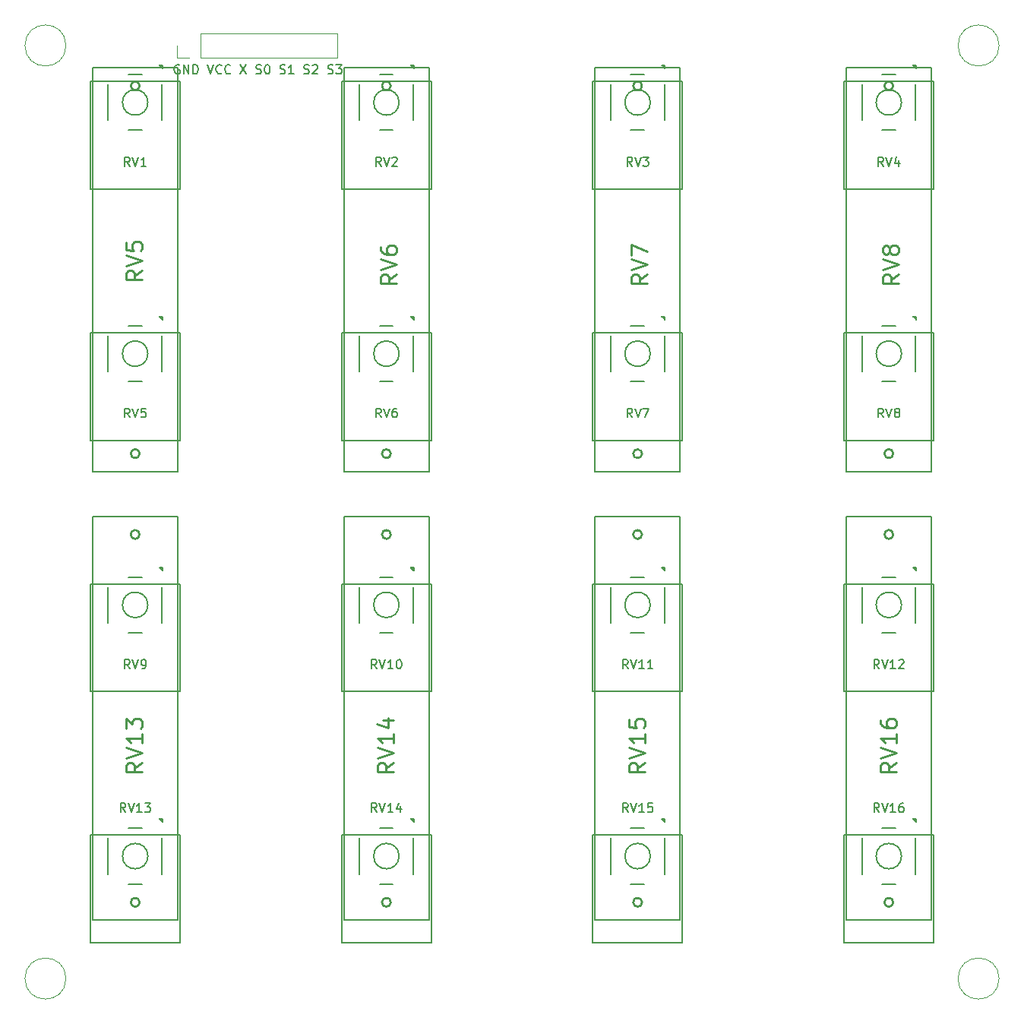
<source format=gbr>
G04 #@! TF.FileFunction,Legend,Top*
%FSLAX46Y46*%
G04 Gerber Fmt 4.6, Leading zero omitted, Abs format (unit mm)*
G04 Created by KiCad (PCBNEW 4.0.6) date Tuesday, July 03, 2018 'PMt' 09:33:00 PM*
%MOMM*%
%LPD*%
G01*
G04 APERTURE LIST*
%ADD10C,0.100000*%
%ADD11C,0.150000*%
%ADD12C,0.203200*%
%ADD13C,0.248920*%
%ADD14C,0.120000*%
%ADD15C,0.279400*%
G04 APERTURE END LIST*
D10*
D11*
X188000000Y-81300000D02*
X187900000Y-81300000D01*
X188050000Y-81200000D02*
X188050000Y-81550000D01*
X188050000Y-81550000D02*
G75*
G03X187700000Y-81200000I-1050000J-700000D01*
G01*
X188050000Y-81200000D02*
X187700000Y-81200000D01*
X186414214Y-85350000D02*
G75*
G03X186414214Y-85350000I-1414214J0D01*
G01*
X182000000Y-83350000D02*
X182000000Y-87350000D01*
X188000000Y-83350000D02*
X188000000Y-87350000D01*
X184250000Y-82250000D02*
X185750000Y-82250000D01*
X185750000Y-88450000D02*
X184250000Y-88450000D01*
D10*
X185000000Y-82250000D02*
X185000000Y-82250000D01*
X182000000Y-87350000D02*
X182000000Y-83350000D01*
X188000000Y-87350000D02*
X188000000Y-83350000D01*
X185000000Y-88450000D02*
X185000000Y-88450000D01*
X186414214Y-85350000D02*
G75*
G03X186414214Y-85350000I-1414214J0D01*
G01*
D11*
X188000000Y-53300000D02*
X187900000Y-53300000D01*
X188050000Y-53200000D02*
X188050000Y-53550000D01*
X188050000Y-53550000D02*
G75*
G03X187700000Y-53200000I-1050000J-700000D01*
G01*
X188050000Y-53200000D02*
X187700000Y-53200000D01*
X186414214Y-57350000D02*
G75*
G03X186414214Y-57350000I-1414214J0D01*
G01*
X182000000Y-55350000D02*
X182000000Y-59350000D01*
X188000000Y-55350000D02*
X188000000Y-59350000D01*
X184250000Y-54250000D02*
X185750000Y-54250000D01*
X185750000Y-60450000D02*
X184250000Y-60450000D01*
D10*
X185000000Y-54250000D02*
X185000000Y-54250000D01*
X182000000Y-59350000D02*
X182000000Y-55350000D01*
X188000000Y-59350000D02*
X188000000Y-55350000D01*
X185000000Y-60450000D02*
X185000000Y-60450000D01*
X186414214Y-57350000D02*
G75*
G03X186414214Y-57350000I-1414214J0D01*
G01*
D11*
X160000000Y-53300000D02*
X159900000Y-53300000D01*
X160050000Y-53200000D02*
X160050000Y-53550000D01*
X160050000Y-53550000D02*
G75*
G03X159700000Y-53200000I-1050000J-700000D01*
G01*
X160050000Y-53200000D02*
X159700000Y-53200000D01*
X158414214Y-57350000D02*
G75*
G03X158414214Y-57350000I-1414214J0D01*
G01*
X154000000Y-55350000D02*
X154000000Y-59350000D01*
X160000000Y-55350000D02*
X160000000Y-59350000D01*
X156250000Y-54250000D02*
X157750000Y-54250000D01*
X157750000Y-60450000D02*
X156250000Y-60450000D01*
D10*
X157000000Y-54250000D02*
X157000000Y-54250000D01*
X154000000Y-59350000D02*
X154000000Y-55350000D01*
X160000000Y-59350000D02*
X160000000Y-55350000D01*
X157000000Y-60450000D02*
X157000000Y-60450000D01*
X158414214Y-57350000D02*
G75*
G03X158414214Y-57350000I-1414214J0D01*
G01*
D11*
X132000000Y-53300000D02*
X131900000Y-53300000D01*
X132050000Y-53200000D02*
X132050000Y-53550000D01*
X132050000Y-53550000D02*
G75*
G03X131700000Y-53200000I-1050000J-700000D01*
G01*
X132050000Y-53200000D02*
X131700000Y-53200000D01*
X130414214Y-57350000D02*
G75*
G03X130414214Y-57350000I-1414214J0D01*
G01*
X126000000Y-55350000D02*
X126000000Y-59350000D01*
X132000000Y-55350000D02*
X132000000Y-59350000D01*
X128250000Y-54250000D02*
X129750000Y-54250000D01*
X129750000Y-60450000D02*
X128250000Y-60450000D01*
D10*
X129000000Y-54250000D02*
X129000000Y-54250000D01*
X126000000Y-59350000D02*
X126000000Y-55350000D01*
X132000000Y-59350000D02*
X132000000Y-55350000D01*
X129000000Y-60450000D02*
X129000000Y-60450000D01*
X130414214Y-57350000D02*
G75*
G03X130414214Y-57350000I-1414214J0D01*
G01*
D11*
X104000000Y-53300000D02*
X103900000Y-53300000D01*
X104050000Y-53200000D02*
X104050000Y-53550000D01*
X104050000Y-53550000D02*
G75*
G03X103700000Y-53200000I-1050000J-700000D01*
G01*
X104050000Y-53200000D02*
X103700000Y-53200000D01*
X102414214Y-57350000D02*
G75*
G03X102414214Y-57350000I-1414214J0D01*
G01*
X98000000Y-55350000D02*
X98000000Y-59350000D01*
X104000000Y-55350000D02*
X104000000Y-59350000D01*
X100250000Y-54250000D02*
X101750000Y-54250000D01*
X101750000Y-60450000D02*
X100250000Y-60450000D01*
D10*
X101000000Y-54250000D02*
X101000000Y-54250000D01*
X98000000Y-59350000D02*
X98000000Y-55350000D01*
X104000000Y-59350000D02*
X104000000Y-55350000D01*
X101000000Y-60450000D02*
X101000000Y-60450000D01*
X102414214Y-57350000D02*
G75*
G03X102414214Y-57350000I-1414214J0D01*
G01*
D11*
X96000000Y-139000000D02*
X96000000Y-151000000D01*
X106000000Y-139000000D02*
X96000000Y-139000000D01*
X106000000Y-151000000D02*
X106000000Y-139000000D01*
X106000000Y-139000000D02*
X106000000Y-151000000D01*
X96000000Y-151000000D02*
X106000000Y-151000000D01*
X96000000Y-83000000D02*
X96000000Y-95000000D01*
X106000000Y-83000000D02*
X96000000Y-83000000D01*
X106000000Y-95000000D02*
X106000000Y-83000000D01*
X106000000Y-83000000D02*
X106000000Y-95000000D01*
X96000000Y-95000000D02*
X106000000Y-95000000D01*
D12*
X105749800Y-98499320D02*
X105749800Y-53500680D01*
X105749800Y-53500680D02*
X96250200Y-53500680D01*
X96250200Y-53500680D02*
X96250200Y-98499320D01*
X96250200Y-98499320D02*
X105749800Y-98499320D01*
D13*
X101492118Y-96497800D02*
G75*
G03X101492118Y-96497800I-492118J0D01*
G01*
X101492118Y-55502200D02*
G75*
G03X101492118Y-55502200I-492118J0D01*
G01*
D14*
X197286000Y-155000000D02*
G75*
G03X197286000Y-155000000I-2286000J0D01*
G01*
X93286000Y-155000000D02*
G75*
G03X93286000Y-155000000I-2286000J0D01*
G01*
X93286000Y-51000000D02*
G75*
G03X93286000Y-51000000I-2286000J0D01*
G01*
X197286000Y-51000000D02*
G75*
G03X197286000Y-51000000I-2286000J0D01*
G01*
X123570000Y-52330000D02*
X123570000Y-49670000D01*
X108270000Y-52330000D02*
X123570000Y-52330000D01*
X108270000Y-49670000D02*
X123570000Y-49670000D01*
X108270000Y-52330000D02*
X108270000Y-49670000D01*
X107000000Y-52330000D02*
X105670000Y-52330000D01*
X105670000Y-52330000D02*
X105670000Y-51000000D01*
D12*
X105749800Y-148499320D02*
X105749800Y-103500680D01*
X105749800Y-103500680D02*
X96250200Y-103500680D01*
X96250200Y-103500680D02*
X96250200Y-148499320D01*
X96250200Y-148499320D02*
X105749800Y-148499320D01*
D13*
X101492118Y-146497800D02*
G75*
G03X101492118Y-146497800I-492118J0D01*
G01*
X101492118Y-105502200D02*
G75*
G03X101492118Y-105502200I-492118J0D01*
G01*
D12*
X133749800Y-148499320D02*
X133749800Y-103500680D01*
X133749800Y-103500680D02*
X124250200Y-103500680D01*
X124250200Y-103500680D02*
X124250200Y-148499320D01*
X124250200Y-148499320D02*
X133749800Y-148499320D01*
D13*
X129492118Y-146497800D02*
G75*
G03X129492118Y-146497800I-492118J0D01*
G01*
X129492118Y-105502200D02*
G75*
G03X129492118Y-105502200I-492118J0D01*
G01*
D12*
X161749800Y-148499320D02*
X161749800Y-103500680D01*
X161749800Y-103500680D02*
X152250200Y-103500680D01*
X152250200Y-103500680D02*
X152250200Y-148499320D01*
X152250200Y-148499320D02*
X161749800Y-148499320D01*
D13*
X157492118Y-146497800D02*
G75*
G03X157492118Y-146497800I-492118J0D01*
G01*
X157492118Y-105502200D02*
G75*
G03X157492118Y-105502200I-492118J0D01*
G01*
D12*
X189749800Y-148499320D02*
X189749800Y-103500680D01*
X189749800Y-103500680D02*
X180250200Y-103500680D01*
X180250200Y-103500680D02*
X180250200Y-148499320D01*
X180250200Y-148499320D02*
X189749800Y-148499320D01*
D13*
X185492118Y-146497800D02*
G75*
G03X185492118Y-146497800I-492118J0D01*
G01*
X185492118Y-105502200D02*
G75*
G03X185492118Y-105502200I-492118J0D01*
G01*
D12*
X189749800Y-98499320D02*
X189749800Y-53500680D01*
X189749800Y-53500680D02*
X180250200Y-53500680D01*
X180250200Y-53500680D02*
X180250200Y-98499320D01*
X180250200Y-98499320D02*
X189749800Y-98499320D01*
D13*
X185492118Y-96497800D02*
G75*
G03X185492118Y-96497800I-492118J0D01*
G01*
X185492118Y-55502200D02*
G75*
G03X185492118Y-55502200I-492118J0D01*
G01*
D12*
X161749800Y-98499320D02*
X161749800Y-53500680D01*
X161749800Y-53500680D02*
X152250200Y-53500680D01*
X152250200Y-53500680D02*
X152250200Y-98499320D01*
X152250200Y-98499320D02*
X161749800Y-98499320D01*
D13*
X157492118Y-96497800D02*
G75*
G03X157492118Y-96497800I-492118J0D01*
G01*
X157492118Y-55502200D02*
G75*
G03X157492118Y-55502200I-492118J0D01*
G01*
D12*
X133749800Y-98499320D02*
X133749800Y-53500680D01*
X133749800Y-53500680D02*
X124250200Y-53500680D01*
X124250200Y-53500680D02*
X124250200Y-98499320D01*
X124250200Y-98499320D02*
X133749800Y-98499320D01*
D13*
X129492118Y-96497800D02*
G75*
G03X129492118Y-96497800I-492118J0D01*
G01*
X129492118Y-55502200D02*
G75*
G03X129492118Y-55502200I-492118J0D01*
G01*
D11*
X96000000Y-55000000D02*
X96000000Y-67000000D01*
X106000000Y-55000000D02*
X96000000Y-55000000D01*
X106000000Y-67000000D02*
X106000000Y-55000000D01*
X106000000Y-55000000D02*
X106000000Y-67000000D01*
X96000000Y-67000000D02*
X106000000Y-67000000D01*
X124000000Y-55000000D02*
X124000000Y-67000000D01*
X134000000Y-55000000D02*
X124000000Y-55000000D01*
X134000000Y-67000000D02*
X134000000Y-55000000D01*
X134000000Y-55000000D02*
X134000000Y-67000000D01*
X124000000Y-67000000D02*
X134000000Y-67000000D01*
X152000000Y-55000000D02*
X152000000Y-67000000D01*
X162000000Y-55000000D02*
X152000000Y-55000000D01*
X162000000Y-67000000D02*
X162000000Y-55000000D01*
X162000000Y-55000000D02*
X162000000Y-67000000D01*
X152000000Y-67000000D02*
X162000000Y-67000000D01*
X180000000Y-55000000D02*
X180000000Y-67000000D01*
X190000000Y-55000000D02*
X180000000Y-55000000D01*
X190000000Y-67000000D02*
X190000000Y-55000000D01*
X190000000Y-55000000D02*
X190000000Y-67000000D01*
X180000000Y-67000000D02*
X190000000Y-67000000D01*
X124000000Y-83000000D02*
X124000000Y-95000000D01*
X134000000Y-83000000D02*
X124000000Y-83000000D01*
X134000000Y-95000000D02*
X134000000Y-83000000D01*
X134000000Y-83000000D02*
X134000000Y-95000000D01*
X124000000Y-95000000D02*
X134000000Y-95000000D01*
X152000000Y-83000000D02*
X152000000Y-95000000D01*
X162000000Y-83000000D02*
X152000000Y-83000000D01*
X162000000Y-95000000D02*
X162000000Y-83000000D01*
X162000000Y-83000000D02*
X162000000Y-95000000D01*
X152000000Y-95000000D02*
X162000000Y-95000000D01*
X180000000Y-83000000D02*
X180000000Y-95000000D01*
X190000000Y-83000000D02*
X180000000Y-83000000D01*
X190000000Y-95000000D02*
X190000000Y-83000000D01*
X190000000Y-83000000D02*
X190000000Y-95000000D01*
X180000000Y-95000000D02*
X190000000Y-95000000D01*
X96000000Y-111000000D02*
X96000000Y-123000000D01*
X106000000Y-111000000D02*
X96000000Y-111000000D01*
X106000000Y-123000000D02*
X106000000Y-111000000D01*
X106000000Y-111000000D02*
X106000000Y-123000000D01*
X96000000Y-123000000D02*
X106000000Y-123000000D01*
X124000000Y-111000000D02*
X124000000Y-123000000D01*
X134000000Y-111000000D02*
X124000000Y-111000000D01*
X134000000Y-123000000D02*
X134000000Y-111000000D01*
X134000000Y-111000000D02*
X134000000Y-123000000D01*
X124000000Y-123000000D02*
X134000000Y-123000000D01*
X152000000Y-111000000D02*
X152000000Y-123000000D01*
X162000000Y-111000000D02*
X152000000Y-111000000D01*
X162000000Y-123000000D02*
X162000000Y-111000000D01*
X162000000Y-111000000D02*
X162000000Y-123000000D01*
X152000000Y-123000000D02*
X162000000Y-123000000D01*
X180000000Y-111000000D02*
X180000000Y-123000000D01*
X190000000Y-111000000D02*
X180000000Y-111000000D01*
X190000000Y-123000000D02*
X190000000Y-111000000D01*
X190000000Y-111000000D02*
X190000000Y-123000000D01*
X180000000Y-123000000D02*
X190000000Y-123000000D01*
X124000000Y-139000000D02*
X124000000Y-151000000D01*
X134000000Y-139000000D02*
X124000000Y-139000000D01*
X134000000Y-151000000D02*
X134000000Y-139000000D01*
X134000000Y-139000000D02*
X134000000Y-151000000D01*
X124000000Y-151000000D02*
X134000000Y-151000000D01*
X152000000Y-139000000D02*
X152000000Y-151000000D01*
X162000000Y-139000000D02*
X152000000Y-139000000D01*
X162000000Y-151000000D02*
X162000000Y-139000000D01*
X162000000Y-139000000D02*
X162000000Y-151000000D01*
X152000000Y-151000000D02*
X162000000Y-151000000D01*
X180000000Y-139000000D02*
X180000000Y-151000000D01*
X190000000Y-139000000D02*
X180000000Y-139000000D01*
X190000000Y-151000000D02*
X190000000Y-139000000D01*
X190000000Y-139000000D02*
X190000000Y-151000000D01*
X180000000Y-151000000D02*
X190000000Y-151000000D01*
X104000000Y-81300000D02*
X103900000Y-81300000D01*
X104050000Y-81200000D02*
X104050000Y-81550000D01*
X104050000Y-81550000D02*
G75*
G03X103700000Y-81200000I-1050000J-700000D01*
G01*
X104050000Y-81200000D02*
X103700000Y-81200000D01*
X102414214Y-85350000D02*
G75*
G03X102414214Y-85350000I-1414214J0D01*
G01*
X98000000Y-83350000D02*
X98000000Y-87350000D01*
X104000000Y-83350000D02*
X104000000Y-87350000D01*
X100250000Y-82250000D02*
X101750000Y-82250000D01*
X101750000Y-88450000D02*
X100250000Y-88450000D01*
D10*
X101000000Y-82250000D02*
X101000000Y-82250000D01*
X98000000Y-87350000D02*
X98000000Y-83350000D01*
X104000000Y-87350000D02*
X104000000Y-83350000D01*
X101000000Y-88450000D02*
X101000000Y-88450000D01*
X102414214Y-85350000D02*
G75*
G03X102414214Y-85350000I-1414214J0D01*
G01*
D11*
X132000000Y-81300000D02*
X131900000Y-81300000D01*
X132050000Y-81200000D02*
X132050000Y-81550000D01*
X132050000Y-81550000D02*
G75*
G03X131700000Y-81200000I-1050000J-700000D01*
G01*
X132050000Y-81200000D02*
X131700000Y-81200000D01*
X130414214Y-85350000D02*
G75*
G03X130414214Y-85350000I-1414214J0D01*
G01*
X126000000Y-83350000D02*
X126000000Y-87350000D01*
X132000000Y-83350000D02*
X132000000Y-87350000D01*
X128250000Y-82250000D02*
X129750000Y-82250000D01*
X129750000Y-88450000D02*
X128250000Y-88450000D01*
D10*
X129000000Y-82250000D02*
X129000000Y-82250000D01*
X126000000Y-87350000D02*
X126000000Y-83350000D01*
X132000000Y-87350000D02*
X132000000Y-83350000D01*
X129000000Y-88450000D02*
X129000000Y-88450000D01*
X130414214Y-85350000D02*
G75*
G03X130414214Y-85350000I-1414214J0D01*
G01*
D11*
X160000000Y-81300000D02*
X159900000Y-81300000D01*
X160050000Y-81200000D02*
X160050000Y-81550000D01*
X160050000Y-81550000D02*
G75*
G03X159700000Y-81200000I-1050000J-700000D01*
G01*
X160050000Y-81200000D02*
X159700000Y-81200000D01*
X158414214Y-85350000D02*
G75*
G03X158414214Y-85350000I-1414214J0D01*
G01*
X154000000Y-83350000D02*
X154000000Y-87350000D01*
X160000000Y-83350000D02*
X160000000Y-87350000D01*
X156250000Y-82250000D02*
X157750000Y-82250000D01*
X157750000Y-88450000D02*
X156250000Y-88450000D01*
D10*
X157000000Y-82250000D02*
X157000000Y-82250000D01*
X154000000Y-87350000D02*
X154000000Y-83350000D01*
X160000000Y-87350000D02*
X160000000Y-83350000D01*
X157000000Y-88450000D02*
X157000000Y-88450000D01*
X158414214Y-85350000D02*
G75*
G03X158414214Y-85350000I-1414214J0D01*
G01*
D11*
X104000000Y-109300000D02*
X103900000Y-109300000D01*
X104050000Y-109200000D02*
X104050000Y-109550000D01*
X104050000Y-109550000D02*
G75*
G03X103700000Y-109200000I-1050000J-700000D01*
G01*
X104050000Y-109200000D02*
X103700000Y-109200000D01*
X102414214Y-113350000D02*
G75*
G03X102414214Y-113350000I-1414214J0D01*
G01*
X98000000Y-111350000D02*
X98000000Y-115350000D01*
X104000000Y-111350000D02*
X104000000Y-115350000D01*
X100250000Y-110250000D02*
X101750000Y-110250000D01*
X101750000Y-116450000D02*
X100250000Y-116450000D01*
D10*
X101000000Y-110250000D02*
X101000000Y-110250000D01*
X98000000Y-115350000D02*
X98000000Y-111350000D01*
X104000000Y-115350000D02*
X104000000Y-111350000D01*
X101000000Y-116450000D02*
X101000000Y-116450000D01*
X102414214Y-113350000D02*
G75*
G03X102414214Y-113350000I-1414214J0D01*
G01*
D11*
X132000000Y-109300000D02*
X131900000Y-109300000D01*
X132050000Y-109200000D02*
X132050000Y-109550000D01*
X132050000Y-109550000D02*
G75*
G03X131700000Y-109200000I-1050000J-700000D01*
G01*
X132050000Y-109200000D02*
X131700000Y-109200000D01*
X130414214Y-113350000D02*
G75*
G03X130414214Y-113350000I-1414214J0D01*
G01*
X126000000Y-111350000D02*
X126000000Y-115350000D01*
X132000000Y-111350000D02*
X132000000Y-115350000D01*
X128250000Y-110250000D02*
X129750000Y-110250000D01*
X129750000Y-116450000D02*
X128250000Y-116450000D01*
D10*
X129000000Y-110250000D02*
X129000000Y-110250000D01*
X126000000Y-115350000D02*
X126000000Y-111350000D01*
X132000000Y-115350000D02*
X132000000Y-111350000D01*
X129000000Y-116450000D02*
X129000000Y-116450000D01*
X130414214Y-113350000D02*
G75*
G03X130414214Y-113350000I-1414214J0D01*
G01*
D11*
X160000000Y-109300000D02*
X159900000Y-109300000D01*
X160050000Y-109200000D02*
X160050000Y-109550000D01*
X160050000Y-109550000D02*
G75*
G03X159700000Y-109200000I-1050000J-700000D01*
G01*
X160050000Y-109200000D02*
X159700000Y-109200000D01*
X158414214Y-113350000D02*
G75*
G03X158414214Y-113350000I-1414214J0D01*
G01*
X154000000Y-111350000D02*
X154000000Y-115350000D01*
X160000000Y-111350000D02*
X160000000Y-115350000D01*
X156250000Y-110250000D02*
X157750000Y-110250000D01*
X157750000Y-116450000D02*
X156250000Y-116450000D01*
D10*
X157000000Y-110250000D02*
X157000000Y-110250000D01*
X154000000Y-115350000D02*
X154000000Y-111350000D01*
X160000000Y-115350000D02*
X160000000Y-111350000D01*
X157000000Y-116450000D02*
X157000000Y-116450000D01*
X158414214Y-113350000D02*
G75*
G03X158414214Y-113350000I-1414214J0D01*
G01*
D11*
X188000000Y-109300000D02*
X187900000Y-109300000D01*
X188050000Y-109200000D02*
X188050000Y-109550000D01*
X188050000Y-109550000D02*
G75*
G03X187700000Y-109200000I-1050000J-700000D01*
G01*
X188050000Y-109200000D02*
X187700000Y-109200000D01*
X186414214Y-113350000D02*
G75*
G03X186414214Y-113350000I-1414214J0D01*
G01*
X182000000Y-111350000D02*
X182000000Y-115350000D01*
X188000000Y-111350000D02*
X188000000Y-115350000D01*
X184250000Y-110250000D02*
X185750000Y-110250000D01*
X185750000Y-116450000D02*
X184250000Y-116450000D01*
D10*
X185000000Y-110250000D02*
X185000000Y-110250000D01*
X182000000Y-115350000D02*
X182000000Y-111350000D01*
X188000000Y-115350000D02*
X188000000Y-111350000D01*
X185000000Y-116450000D02*
X185000000Y-116450000D01*
X186414214Y-113350000D02*
G75*
G03X186414214Y-113350000I-1414214J0D01*
G01*
D11*
X104000000Y-137300000D02*
X103900000Y-137300000D01*
X104050000Y-137200000D02*
X104050000Y-137550000D01*
X104050000Y-137550000D02*
G75*
G03X103700000Y-137200000I-1050000J-700000D01*
G01*
X104050000Y-137200000D02*
X103700000Y-137200000D01*
X102414214Y-141350000D02*
G75*
G03X102414214Y-141350000I-1414214J0D01*
G01*
X98000000Y-139350000D02*
X98000000Y-143350000D01*
X104000000Y-139350000D02*
X104000000Y-143350000D01*
X100250000Y-138250000D02*
X101750000Y-138250000D01*
X101750000Y-144450000D02*
X100250000Y-144450000D01*
D10*
X101000000Y-138250000D02*
X101000000Y-138250000D01*
X98000000Y-143350000D02*
X98000000Y-139350000D01*
X104000000Y-143350000D02*
X104000000Y-139350000D01*
X101000000Y-144450000D02*
X101000000Y-144450000D01*
X102414214Y-141350000D02*
G75*
G03X102414214Y-141350000I-1414214J0D01*
G01*
D11*
X132000000Y-137300000D02*
X131900000Y-137300000D01*
X132050000Y-137200000D02*
X132050000Y-137550000D01*
X132050000Y-137550000D02*
G75*
G03X131700000Y-137200000I-1050000J-700000D01*
G01*
X132050000Y-137200000D02*
X131700000Y-137200000D01*
X130414214Y-141350000D02*
G75*
G03X130414214Y-141350000I-1414214J0D01*
G01*
X126000000Y-139350000D02*
X126000000Y-143350000D01*
X132000000Y-139350000D02*
X132000000Y-143350000D01*
X128250000Y-138250000D02*
X129750000Y-138250000D01*
X129750000Y-144450000D02*
X128250000Y-144450000D01*
D10*
X129000000Y-138250000D02*
X129000000Y-138250000D01*
X126000000Y-143350000D02*
X126000000Y-139350000D01*
X132000000Y-143350000D02*
X132000000Y-139350000D01*
X129000000Y-144450000D02*
X129000000Y-144450000D01*
X130414214Y-141350000D02*
G75*
G03X130414214Y-141350000I-1414214J0D01*
G01*
D11*
X160000000Y-137300000D02*
X159900000Y-137300000D01*
X160050000Y-137200000D02*
X160050000Y-137550000D01*
X160050000Y-137550000D02*
G75*
G03X159700000Y-137200000I-1050000J-700000D01*
G01*
X160050000Y-137200000D02*
X159700000Y-137200000D01*
X158414214Y-141350000D02*
G75*
G03X158414214Y-141350000I-1414214J0D01*
G01*
X154000000Y-139350000D02*
X154000000Y-143350000D01*
X160000000Y-139350000D02*
X160000000Y-143350000D01*
X156250000Y-138250000D02*
X157750000Y-138250000D01*
X157750000Y-144450000D02*
X156250000Y-144450000D01*
D10*
X157000000Y-138250000D02*
X157000000Y-138250000D01*
X154000000Y-143350000D02*
X154000000Y-139350000D01*
X160000000Y-143350000D02*
X160000000Y-139350000D01*
X157000000Y-144450000D02*
X157000000Y-144450000D01*
X158414214Y-141350000D02*
G75*
G03X158414214Y-141350000I-1414214J0D01*
G01*
D11*
X188000000Y-137300000D02*
X187900000Y-137300000D01*
X188050000Y-137200000D02*
X188050000Y-137550000D01*
X188050000Y-137550000D02*
G75*
G03X187700000Y-137200000I-1050000J-700000D01*
G01*
X188050000Y-137200000D02*
X187700000Y-137200000D01*
X186414214Y-141350000D02*
G75*
G03X186414214Y-141350000I-1414214J0D01*
G01*
X182000000Y-139350000D02*
X182000000Y-143350000D01*
X188000000Y-139350000D02*
X188000000Y-143350000D01*
X184250000Y-138250000D02*
X185750000Y-138250000D01*
X185750000Y-144450000D02*
X184250000Y-144450000D01*
D10*
X185000000Y-138250000D02*
X185000000Y-138250000D01*
X182000000Y-143350000D02*
X182000000Y-139350000D01*
X188000000Y-143350000D02*
X188000000Y-139350000D01*
X185000000Y-144450000D02*
X185000000Y-144450000D01*
X186414214Y-141350000D02*
G75*
G03X186414214Y-141350000I-1414214J0D01*
G01*
D11*
X99928572Y-136452381D02*
X99595238Y-135976190D01*
X99357143Y-136452381D02*
X99357143Y-135452381D01*
X99738096Y-135452381D01*
X99833334Y-135500000D01*
X99880953Y-135547619D01*
X99928572Y-135642857D01*
X99928572Y-135785714D01*
X99880953Y-135880952D01*
X99833334Y-135928571D01*
X99738096Y-135976190D01*
X99357143Y-135976190D01*
X100214286Y-135452381D02*
X100547619Y-136452381D01*
X100880953Y-135452381D01*
X101738096Y-136452381D02*
X101166667Y-136452381D01*
X101452381Y-136452381D02*
X101452381Y-135452381D01*
X101357143Y-135595238D01*
X101261905Y-135690476D01*
X101166667Y-135738095D01*
X102071429Y-135452381D02*
X102690477Y-135452381D01*
X102357143Y-135833333D01*
X102500001Y-135833333D01*
X102595239Y-135880952D01*
X102642858Y-135928571D01*
X102690477Y-136023810D01*
X102690477Y-136261905D01*
X102642858Y-136357143D01*
X102595239Y-136404762D01*
X102500001Y-136452381D01*
X102214286Y-136452381D01*
X102119048Y-136404762D01*
X102071429Y-136357143D01*
X100404762Y-92452381D02*
X100071428Y-91976190D01*
X99833333Y-92452381D02*
X99833333Y-91452381D01*
X100214286Y-91452381D01*
X100309524Y-91500000D01*
X100357143Y-91547619D01*
X100404762Y-91642857D01*
X100404762Y-91785714D01*
X100357143Y-91880952D01*
X100309524Y-91928571D01*
X100214286Y-91976190D01*
X99833333Y-91976190D01*
X100690476Y-91452381D02*
X101023809Y-92452381D01*
X101357143Y-91452381D01*
X102166667Y-91452381D02*
X101690476Y-91452381D01*
X101642857Y-91928571D01*
X101690476Y-91880952D01*
X101785714Y-91833333D01*
X102023810Y-91833333D01*
X102119048Y-91880952D01*
X102166667Y-91928571D01*
X102214286Y-92023810D01*
X102214286Y-92261905D01*
X102166667Y-92357143D01*
X102119048Y-92404762D01*
X102023810Y-92452381D01*
X101785714Y-92452381D01*
X101690476Y-92404762D01*
X101642857Y-92357143D01*
D15*
X101804333Y-76058333D02*
X100957667Y-76650999D01*
X101804333Y-77074333D02*
X100026333Y-77074333D01*
X100026333Y-76396999D01*
X100111000Y-76227666D01*
X100195667Y-76142999D01*
X100365000Y-76058333D01*
X100619000Y-76058333D01*
X100788333Y-76142999D01*
X100873000Y-76227666D01*
X100957667Y-76396999D01*
X100957667Y-77074333D01*
X100026333Y-75550333D02*
X101804333Y-74957666D01*
X100026333Y-74364999D01*
X100026333Y-72925666D02*
X100026333Y-73772333D01*
X100873000Y-73856999D01*
X100788333Y-73772333D01*
X100703667Y-73602999D01*
X100703667Y-73179666D01*
X100788333Y-73010333D01*
X100873000Y-72925666D01*
X101042333Y-72840999D01*
X101465667Y-72840999D01*
X101635000Y-72925666D01*
X101719667Y-73010333D01*
X101804333Y-73179666D01*
X101804333Y-73602999D01*
X101719667Y-73772333D01*
X101635000Y-73856999D01*
D11*
X105918095Y-53200000D02*
X105822857Y-53152381D01*
X105680000Y-53152381D01*
X105537142Y-53200000D01*
X105441904Y-53295238D01*
X105394285Y-53390476D01*
X105346666Y-53580952D01*
X105346666Y-53723810D01*
X105394285Y-53914286D01*
X105441904Y-54009524D01*
X105537142Y-54104762D01*
X105680000Y-54152381D01*
X105775238Y-54152381D01*
X105918095Y-54104762D01*
X105965714Y-54057143D01*
X105965714Y-53723810D01*
X105775238Y-53723810D01*
X106394285Y-54152381D02*
X106394285Y-53152381D01*
X106965714Y-54152381D01*
X106965714Y-53152381D01*
X107441904Y-54152381D02*
X107441904Y-53152381D01*
X107679999Y-53152381D01*
X107822857Y-53200000D01*
X107918095Y-53295238D01*
X107965714Y-53390476D01*
X108013333Y-53580952D01*
X108013333Y-53723810D01*
X107965714Y-53914286D01*
X107918095Y-54009524D01*
X107822857Y-54104762D01*
X107679999Y-54152381D01*
X107441904Y-54152381D01*
X109060952Y-53152381D02*
X109394285Y-54152381D01*
X109727619Y-53152381D01*
X110632381Y-54057143D02*
X110584762Y-54104762D01*
X110441905Y-54152381D01*
X110346667Y-54152381D01*
X110203809Y-54104762D01*
X110108571Y-54009524D01*
X110060952Y-53914286D01*
X110013333Y-53723810D01*
X110013333Y-53580952D01*
X110060952Y-53390476D01*
X110108571Y-53295238D01*
X110203809Y-53200000D01*
X110346667Y-53152381D01*
X110441905Y-53152381D01*
X110584762Y-53200000D01*
X110632381Y-53247619D01*
X111632381Y-54057143D02*
X111584762Y-54104762D01*
X111441905Y-54152381D01*
X111346667Y-54152381D01*
X111203809Y-54104762D01*
X111108571Y-54009524D01*
X111060952Y-53914286D01*
X111013333Y-53723810D01*
X111013333Y-53580952D01*
X111060952Y-53390476D01*
X111108571Y-53295238D01*
X111203809Y-53200000D01*
X111346667Y-53152381D01*
X111441905Y-53152381D01*
X111584762Y-53200000D01*
X111632381Y-53247619D01*
X112727619Y-53152381D02*
X113394286Y-54152381D01*
X113394286Y-53152381D02*
X112727619Y-54152381D01*
X114489524Y-54104762D02*
X114632381Y-54152381D01*
X114870477Y-54152381D01*
X114965715Y-54104762D01*
X115013334Y-54057143D01*
X115060953Y-53961905D01*
X115060953Y-53866667D01*
X115013334Y-53771429D01*
X114965715Y-53723810D01*
X114870477Y-53676190D01*
X114680000Y-53628571D01*
X114584762Y-53580952D01*
X114537143Y-53533333D01*
X114489524Y-53438095D01*
X114489524Y-53342857D01*
X114537143Y-53247619D01*
X114584762Y-53200000D01*
X114680000Y-53152381D01*
X114918096Y-53152381D01*
X115060953Y-53200000D01*
X115680000Y-53152381D02*
X115775239Y-53152381D01*
X115870477Y-53200000D01*
X115918096Y-53247619D01*
X115965715Y-53342857D01*
X116013334Y-53533333D01*
X116013334Y-53771429D01*
X115965715Y-53961905D01*
X115918096Y-54057143D01*
X115870477Y-54104762D01*
X115775239Y-54152381D01*
X115680000Y-54152381D01*
X115584762Y-54104762D01*
X115537143Y-54057143D01*
X115489524Y-53961905D01*
X115441905Y-53771429D01*
X115441905Y-53533333D01*
X115489524Y-53342857D01*
X115537143Y-53247619D01*
X115584762Y-53200000D01*
X115680000Y-53152381D01*
X117156191Y-54104762D02*
X117299048Y-54152381D01*
X117537144Y-54152381D01*
X117632382Y-54104762D01*
X117680001Y-54057143D01*
X117727620Y-53961905D01*
X117727620Y-53866667D01*
X117680001Y-53771429D01*
X117632382Y-53723810D01*
X117537144Y-53676190D01*
X117346667Y-53628571D01*
X117251429Y-53580952D01*
X117203810Y-53533333D01*
X117156191Y-53438095D01*
X117156191Y-53342857D01*
X117203810Y-53247619D01*
X117251429Y-53200000D01*
X117346667Y-53152381D01*
X117584763Y-53152381D01*
X117727620Y-53200000D01*
X118680001Y-54152381D02*
X118108572Y-54152381D01*
X118394286Y-54152381D02*
X118394286Y-53152381D01*
X118299048Y-53295238D01*
X118203810Y-53390476D01*
X118108572Y-53438095D01*
X119822858Y-54104762D02*
X119965715Y-54152381D01*
X120203811Y-54152381D01*
X120299049Y-54104762D01*
X120346668Y-54057143D01*
X120394287Y-53961905D01*
X120394287Y-53866667D01*
X120346668Y-53771429D01*
X120299049Y-53723810D01*
X120203811Y-53676190D01*
X120013334Y-53628571D01*
X119918096Y-53580952D01*
X119870477Y-53533333D01*
X119822858Y-53438095D01*
X119822858Y-53342857D01*
X119870477Y-53247619D01*
X119918096Y-53200000D01*
X120013334Y-53152381D01*
X120251430Y-53152381D01*
X120394287Y-53200000D01*
X120775239Y-53247619D02*
X120822858Y-53200000D01*
X120918096Y-53152381D01*
X121156192Y-53152381D01*
X121251430Y-53200000D01*
X121299049Y-53247619D01*
X121346668Y-53342857D01*
X121346668Y-53438095D01*
X121299049Y-53580952D01*
X120727620Y-54152381D01*
X121346668Y-54152381D01*
X122489525Y-54104762D02*
X122632382Y-54152381D01*
X122870478Y-54152381D01*
X122965716Y-54104762D01*
X123013335Y-54057143D01*
X123060954Y-53961905D01*
X123060954Y-53866667D01*
X123013335Y-53771429D01*
X122965716Y-53723810D01*
X122870478Y-53676190D01*
X122680001Y-53628571D01*
X122584763Y-53580952D01*
X122537144Y-53533333D01*
X122489525Y-53438095D01*
X122489525Y-53342857D01*
X122537144Y-53247619D01*
X122584763Y-53200000D01*
X122680001Y-53152381D01*
X122918097Y-53152381D01*
X123060954Y-53200000D01*
X123394287Y-53152381D02*
X124013335Y-53152381D01*
X123680001Y-53533333D01*
X123822859Y-53533333D01*
X123918097Y-53580952D01*
X123965716Y-53628571D01*
X124013335Y-53723810D01*
X124013335Y-53961905D01*
X123965716Y-54057143D01*
X123918097Y-54104762D01*
X123822859Y-54152381D01*
X123537144Y-54152381D01*
X123441906Y-54104762D01*
X123394287Y-54057143D01*
D15*
X101804333Y-130905000D02*
X100957667Y-131497666D01*
X101804333Y-131921000D02*
X100026333Y-131921000D01*
X100026333Y-131243666D01*
X100111000Y-131074333D01*
X100195667Y-130989666D01*
X100365000Y-130905000D01*
X100619000Y-130905000D01*
X100788333Y-130989666D01*
X100873000Y-131074333D01*
X100957667Y-131243666D01*
X100957667Y-131921000D01*
X100026333Y-130397000D02*
X101804333Y-129804333D01*
X100026333Y-129211666D01*
X101804333Y-127687666D02*
X101804333Y-128703666D01*
X101804333Y-128195666D02*
X100026333Y-128195666D01*
X100280333Y-128365000D01*
X100449667Y-128534333D01*
X100534333Y-128703666D01*
X100026333Y-127095000D02*
X100026333Y-125994333D01*
X100703667Y-126587000D01*
X100703667Y-126333000D01*
X100788333Y-126163667D01*
X100873000Y-126079000D01*
X101042333Y-125994333D01*
X101465667Y-125994333D01*
X101635000Y-126079000D01*
X101719667Y-126163667D01*
X101804333Y-126333000D01*
X101804333Y-126841000D01*
X101719667Y-127010333D01*
X101635000Y-127095000D01*
X129804333Y-130905000D02*
X128957667Y-131497666D01*
X129804333Y-131921000D02*
X128026333Y-131921000D01*
X128026333Y-131243666D01*
X128111000Y-131074333D01*
X128195667Y-130989666D01*
X128365000Y-130905000D01*
X128619000Y-130905000D01*
X128788333Y-130989666D01*
X128873000Y-131074333D01*
X128957667Y-131243666D01*
X128957667Y-131921000D01*
X128026333Y-130397000D02*
X129804333Y-129804333D01*
X128026333Y-129211666D01*
X129804333Y-127687666D02*
X129804333Y-128703666D01*
X129804333Y-128195666D02*
X128026333Y-128195666D01*
X128280333Y-128365000D01*
X128449667Y-128534333D01*
X128534333Y-128703666D01*
X128619000Y-126163667D02*
X129804333Y-126163667D01*
X127941667Y-126587000D02*
X129211667Y-127010333D01*
X129211667Y-125909667D01*
X157804333Y-130905000D02*
X156957667Y-131497666D01*
X157804333Y-131921000D02*
X156026333Y-131921000D01*
X156026333Y-131243666D01*
X156111000Y-131074333D01*
X156195667Y-130989666D01*
X156365000Y-130905000D01*
X156619000Y-130905000D01*
X156788333Y-130989666D01*
X156873000Y-131074333D01*
X156957667Y-131243666D01*
X156957667Y-131921000D01*
X156026333Y-130397000D02*
X157804333Y-129804333D01*
X156026333Y-129211666D01*
X157804333Y-127687666D02*
X157804333Y-128703666D01*
X157804333Y-128195666D02*
X156026333Y-128195666D01*
X156280333Y-128365000D01*
X156449667Y-128534333D01*
X156534333Y-128703666D01*
X156026333Y-126079000D02*
X156026333Y-126925667D01*
X156873000Y-127010333D01*
X156788333Y-126925667D01*
X156703667Y-126756333D01*
X156703667Y-126333000D01*
X156788333Y-126163667D01*
X156873000Y-126079000D01*
X157042333Y-125994333D01*
X157465667Y-125994333D01*
X157635000Y-126079000D01*
X157719667Y-126163667D01*
X157804333Y-126333000D01*
X157804333Y-126756333D01*
X157719667Y-126925667D01*
X157635000Y-127010333D01*
X185804333Y-130905000D02*
X184957667Y-131497666D01*
X185804333Y-131921000D02*
X184026333Y-131921000D01*
X184026333Y-131243666D01*
X184111000Y-131074333D01*
X184195667Y-130989666D01*
X184365000Y-130905000D01*
X184619000Y-130905000D01*
X184788333Y-130989666D01*
X184873000Y-131074333D01*
X184957667Y-131243666D01*
X184957667Y-131921000D01*
X184026333Y-130397000D02*
X185804333Y-129804333D01*
X184026333Y-129211666D01*
X185804333Y-127687666D02*
X185804333Y-128703666D01*
X185804333Y-128195666D02*
X184026333Y-128195666D01*
X184280333Y-128365000D01*
X184449667Y-128534333D01*
X184534333Y-128703666D01*
X184026333Y-126163667D02*
X184026333Y-126502333D01*
X184111000Y-126671667D01*
X184195667Y-126756333D01*
X184449667Y-126925667D01*
X184788333Y-127010333D01*
X185465667Y-127010333D01*
X185635000Y-126925667D01*
X185719667Y-126841000D01*
X185804333Y-126671667D01*
X185804333Y-126333000D01*
X185719667Y-126163667D01*
X185635000Y-126079000D01*
X185465667Y-125994333D01*
X185042333Y-125994333D01*
X184873000Y-126079000D01*
X184788333Y-126163667D01*
X184703667Y-126333000D01*
X184703667Y-126671667D01*
X184788333Y-126841000D01*
X184873000Y-126925667D01*
X185042333Y-127010333D01*
X186104333Y-76458333D02*
X185257667Y-77050999D01*
X186104333Y-77474333D02*
X184326333Y-77474333D01*
X184326333Y-76796999D01*
X184411000Y-76627666D01*
X184495667Y-76542999D01*
X184665000Y-76458333D01*
X184919000Y-76458333D01*
X185088333Y-76542999D01*
X185173000Y-76627666D01*
X185257667Y-76796999D01*
X185257667Y-77474333D01*
X184326333Y-75950333D02*
X186104333Y-75357666D01*
X184326333Y-74764999D01*
X185088333Y-73918333D02*
X185003667Y-74087666D01*
X184919000Y-74172333D01*
X184749667Y-74256999D01*
X184665000Y-74256999D01*
X184495667Y-74172333D01*
X184411000Y-74087666D01*
X184326333Y-73918333D01*
X184326333Y-73579666D01*
X184411000Y-73410333D01*
X184495667Y-73325666D01*
X184665000Y-73240999D01*
X184749667Y-73240999D01*
X184919000Y-73325666D01*
X185003667Y-73410333D01*
X185088333Y-73579666D01*
X185088333Y-73918333D01*
X185173000Y-74087666D01*
X185257667Y-74172333D01*
X185427000Y-74256999D01*
X185765667Y-74256999D01*
X185935000Y-74172333D01*
X186019667Y-74087666D01*
X186104333Y-73918333D01*
X186104333Y-73579666D01*
X186019667Y-73410333D01*
X185935000Y-73325666D01*
X185765667Y-73240999D01*
X185427000Y-73240999D01*
X185257667Y-73325666D01*
X185173000Y-73410333D01*
X185088333Y-73579666D01*
X158104333Y-76458333D02*
X157257667Y-77050999D01*
X158104333Y-77474333D02*
X156326333Y-77474333D01*
X156326333Y-76796999D01*
X156411000Y-76627666D01*
X156495667Y-76542999D01*
X156665000Y-76458333D01*
X156919000Y-76458333D01*
X157088333Y-76542999D01*
X157173000Y-76627666D01*
X157257667Y-76796999D01*
X157257667Y-77474333D01*
X156326333Y-75950333D02*
X158104333Y-75357666D01*
X156326333Y-74764999D01*
X156326333Y-74341666D02*
X156326333Y-73156333D01*
X158104333Y-73918333D01*
X130104333Y-76458333D02*
X129257667Y-77050999D01*
X130104333Y-77474333D02*
X128326333Y-77474333D01*
X128326333Y-76796999D01*
X128411000Y-76627666D01*
X128495667Y-76542999D01*
X128665000Y-76458333D01*
X128919000Y-76458333D01*
X129088333Y-76542999D01*
X129173000Y-76627666D01*
X129257667Y-76796999D01*
X129257667Y-77474333D01*
X128326333Y-75950333D02*
X130104333Y-75357666D01*
X128326333Y-74764999D01*
X128326333Y-73410333D02*
X128326333Y-73748999D01*
X128411000Y-73918333D01*
X128495667Y-74002999D01*
X128749667Y-74172333D01*
X129088333Y-74256999D01*
X129765667Y-74256999D01*
X129935000Y-74172333D01*
X130019667Y-74087666D01*
X130104333Y-73918333D01*
X130104333Y-73579666D01*
X130019667Y-73410333D01*
X129935000Y-73325666D01*
X129765667Y-73240999D01*
X129342333Y-73240999D01*
X129173000Y-73325666D01*
X129088333Y-73410333D01*
X129003667Y-73579666D01*
X129003667Y-73918333D01*
X129088333Y-74087666D01*
X129173000Y-74172333D01*
X129342333Y-74256999D01*
D11*
X100404762Y-64452381D02*
X100071428Y-63976190D01*
X99833333Y-64452381D02*
X99833333Y-63452381D01*
X100214286Y-63452381D01*
X100309524Y-63500000D01*
X100357143Y-63547619D01*
X100404762Y-63642857D01*
X100404762Y-63785714D01*
X100357143Y-63880952D01*
X100309524Y-63928571D01*
X100214286Y-63976190D01*
X99833333Y-63976190D01*
X100690476Y-63452381D02*
X101023809Y-64452381D01*
X101357143Y-63452381D01*
X102214286Y-64452381D02*
X101642857Y-64452381D01*
X101928571Y-64452381D02*
X101928571Y-63452381D01*
X101833333Y-63595238D01*
X101738095Y-63690476D01*
X101642857Y-63738095D01*
X128404762Y-64452381D02*
X128071428Y-63976190D01*
X127833333Y-64452381D02*
X127833333Y-63452381D01*
X128214286Y-63452381D01*
X128309524Y-63500000D01*
X128357143Y-63547619D01*
X128404762Y-63642857D01*
X128404762Y-63785714D01*
X128357143Y-63880952D01*
X128309524Y-63928571D01*
X128214286Y-63976190D01*
X127833333Y-63976190D01*
X128690476Y-63452381D02*
X129023809Y-64452381D01*
X129357143Y-63452381D01*
X129642857Y-63547619D02*
X129690476Y-63500000D01*
X129785714Y-63452381D01*
X130023810Y-63452381D01*
X130119048Y-63500000D01*
X130166667Y-63547619D01*
X130214286Y-63642857D01*
X130214286Y-63738095D01*
X130166667Y-63880952D01*
X129595238Y-64452381D01*
X130214286Y-64452381D01*
X156404762Y-64452381D02*
X156071428Y-63976190D01*
X155833333Y-64452381D02*
X155833333Y-63452381D01*
X156214286Y-63452381D01*
X156309524Y-63500000D01*
X156357143Y-63547619D01*
X156404762Y-63642857D01*
X156404762Y-63785714D01*
X156357143Y-63880952D01*
X156309524Y-63928571D01*
X156214286Y-63976190D01*
X155833333Y-63976190D01*
X156690476Y-63452381D02*
X157023809Y-64452381D01*
X157357143Y-63452381D01*
X157595238Y-63452381D02*
X158214286Y-63452381D01*
X157880952Y-63833333D01*
X158023810Y-63833333D01*
X158119048Y-63880952D01*
X158166667Y-63928571D01*
X158214286Y-64023810D01*
X158214286Y-64261905D01*
X158166667Y-64357143D01*
X158119048Y-64404762D01*
X158023810Y-64452381D01*
X157738095Y-64452381D01*
X157642857Y-64404762D01*
X157595238Y-64357143D01*
X184404762Y-64452381D02*
X184071428Y-63976190D01*
X183833333Y-64452381D02*
X183833333Y-63452381D01*
X184214286Y-63452381D01*
X184309524Y-63500000D01*
X184357143Y-63547619D01*
X184404762Y-63642857D01*
X184404762Y-63785714D01*
X184357143Y-63880952D01*
X184309524Y-63928571D01*
X184214286Y-63976190D01*
X183833333Y-63976190D01*
X184690476Y-63452381D02*
X185023809Y-64452381D01*
X185357143Y-63452381D01*
X186119048Y-63785714D02*
X186119048Y-64452381D01*
X185880952Y-63404762D02*
X185642857Y-64119048D01*
X186261905Y-64119048D01*
X128404762Y-92452381D02*
X128071428Y-91976190D01*
X127833333Y-92452381D02*
X127833333Y-91452381D01*
X128214286Y-91452381D01*
X128309524Y-91500000D01*
X128357143Y-91547619D01*
X128404762Y-91642857D01*
X128404762Y-91785714D01*
X128357143Y-91880952D01*
X128309524Y-91928571D01*
X128214286Y-91976190D01*
X127833333Y-91976190D01*
X128690476Y-91452381D02*
X129023809Y-92452381D01*
X129357143Y-91452381D01*
X130119048Y-91452381D02*
X129928571Y-91452381D01*
X129833333Y-91500000D01*
X129785714Y-91547619D01*
X129690476Y-91690476D01*
X129642857Y-91880952D01*
X129642857Y-92261905D01*
X129690476Y-92357143D01*
X129738095Y-92404762D01*
X129833333Y-92452381D01*
X130023810Y-92452381D01*
X130119048Y-92404762D01*
X130166667Y-92357143D01*
X130214286Y-92261905D01*
X130214286Y-92023810D01*
X130166667Y-91928571D01*
X130119048Y-91880952D01*
X130023810Y-91833333D01*
X129833333Y-91833333D01*
X129738095Y-91880952D01*
X129690476Y-91928571D01*
X129642857Y-92023810D01*
X156404762Y-92452381D02*
X156071428Y-91976190D01*
X155833333Y-92452381D02*
X155833333Y-91452381D01*
X156214286Y-91452381D01*
X156309524Y-91500000D01*
X156357143Y-91547619D01*
X156404762Y-91642857D01*
X156404762Y-91785714D01*
X156357143Y-91880952D01*
X156309524Y-91928571D01*
X156214286Y-91976190D01*
X155833333Y-91976190D01*
X156690476Y-91452381D02*
X157023809Y-92452381D01*
X157357143Y-91452381D01*
X157595238Y-91452381D02*
X158261905Y-91452381D01*
X157833333Y-92452381D01*
X184404762Y-92452381D02*
X184071428Y-91976190D01*
X183833333Y-92452381D02*
X183833333Y-91452381D01*
X184214286Y-91452381D01*
X184309524Y-91500000D01*
X184357143Y-91547619D01*
X184404762Y-91642857D01*
X184404762Y-91785714D01*
X184357143Y-91880952D01*
X184309524Y-91928571D01*
X184214286Y-91976190D01*
X183833333Y-91976190D01*
X184690476Y-91452381D02*
X185023809Y-92452381D01*
X185357143Y-91452381D01*
X185833333Y-91880952D02*
X185738095Y-91833333D01*
X185690476Y-91785714D01*
X185642857Y-91690476D01*
X185642857Y-91642857D01*
X185690476Y-91547619D01*
X185738095Y-91500000D01*
X185833333Y-91452381D01*
X186023810Y-91452381D01*
X186119048Y-91500000D01*
X186166667Y-91547619D01*
X186214286Y-91642857D01*
X186214286Y-91690476D01*
X186166667Y-91785714D01*
X186119048Y-91833333D01*
X186023810Y-91880952D01*
X185833333Y-91880952D01*
X185738095Y-91928571D01*
X185690476Y-91976190D01*
X185642857Y-92071429D01*
X185642857Y-92261905D01*
X185690476Y-92357143D01*
X185738095Y-92404762D01*
X185833333Y-92452381D01*
X186023810Y-92452381D01*
X186119048Y-92404762D01*
X186166667Y-92357143D01*
X186214286Y-92261905D01*
X186214286Y-92071429D01*
X186166667Y-91976190D01*
X186119048Y-91928571D01*
X186023810Y-91880952D01*
X100404762Y-120452381D02*
X100071428Y-119976190D01*
X99833333Y-120452381D02*
X99833333Y-119452381D01*
X100214286Y-119452381D01*
X100309524Y-119500000D01*
X100357143Y-119547619D01*
X100404762Y-119642857D01*
X100404762Y-119785714D01*
X100357143Y-119880952D01*
X100309524Y-119928571D01*
X100214286Y-119976190D01*
X99833333Y-119976190D01*
X100690476Y-119452381D02*
X101023809Y-120452381D01*
X101357143Y-119452381D01*
X101738095Y-120452381D02*
X101928571Y-120452381D01*
X102023810Y-120404762D01*
X102071429Y-120357143D01*
X102166667Y-120214286D01*
X102214286Y-120023810D01*
X102214286Y-119642857D01*
X102166667Y-119547619D01*
X102119048Y-119500000D01*
X102023810Y-119452381D01*
X101833333Y-119452381D01*
X101738095Y-119500000D01*
X101690476Y-119547619D01*
X101642857Y-119642857D01*
X101642857Y-119880952D01*
X101690476Y-119976190D01*
X101738095Y-120023810D01*
X101833333Y-120071429D01*
X102023810Y-120071429D01*
X102119048Y-120023810D01*
X102166667Y-119976190D01*
X102214286Y-119880952D01*
X127928572Y-120452381D02*
X127595238Y-119976190D01*
X127357143Y-120452381D02*
X127357143Y-119452381D01*
X127738096Y-119452381D01*
X127833334Y-119500000D01*
X127880953Y-119547619D01*
X127928572Y-119642857D01*
X127928572Y-119785714D01*
X127880953Y-119880952D01*
X127833334Y-119928571D01*
X127738096Y-119976190D01*
X127357143Y-119976190D01*
X128214286Y-119452381D02*
X128547619Y-120452381D01*
X128880953Y-119452381D01*
X129738096Y-120452381D02*
X129166667Y-120452381D01*
X129452381Y-120452381D02*
X129452381Y-119452381D01*
X129357143Y-119595238D01*
X129261905Y-119690476D01*
X129166667Y-119738095D01*
X130357143Y-119452381D02*
X130452382Y-119452381D01*
X130547620Y-119500000D01*
X130595239Y-119547619D01*
X130642858Y-119642857D01*
X130690477Y-119833333D01*
X130690477Y-120071429D01*
X130642858Y-120261905D01*
X130595239Y-120357143D01*
X130547620Y-120404762D01*
X130452382Y-120452381D01*
X130357143Y-120452381D01*
X130261905Y-120404762D01*
X130214286Y-120357143D01*
X130166667Y-120261905D01*
X130119048Y-120071429D01*
X130119048Y-119833333D01*
X130166667Y-119642857D01*
X130214286Y-119547619D01*
X130261905Y-119500000D01*
X130357143Y-119452381D01*
X155928572Y-120452381D02*
X155595238Y-119976190D01*
X155357143Y-120452381D02*
X155357143Y-119452381D01*
X155738096Y-119452381D01*
X155833334Y-119500000D01*
X155880953Y-119547619D01*
X155928572Y-119642857D01*
X155928572Y-119785714D01*
X155880953Y-119880952D01*
X155833334Y-119928571D01*
X155738096Y-119976190D01*
X155357143Y-119976190D01*
X156214286Y-119452381D02*
X156547619Y-120452381D01*
X156880953Y-119452381D01*
X157738096Y-120452381D02*
X157166667Y-120452381D01*
X157452381Y-120452381D02*
X157452381Y-119452381D01*
X157357143Y-119595238D01*
X157261905Y-119690476D01*
X157166667Y-119738095D01*
X158690477Y-120452381D02*
X158119048Y-120452381D01*
X158404762Y-120452381D02*
X158404762Y-119452381D01*
X158309524Y-119595238D01*
X158214286Y-119690476D01*
X158119048Y-119738095D01*
X183928572Y-120452381D02*
X183595238Y-119976190D01*
X183357143Y-120452381D02*
X183357143Y-119452381D01*
X183738096Y-119452381D01*
X183833334Y-119500000D01*
X183880953Y-119547619D01*
X183928572Y-119642857D01*
X183928572Y-119785714D01*
X183880953Y-119880952D01*
X183833334Y-119928571D01*
X183738096Y-119976190D01*
X183357143Y-119976190D01*
X184214286Y-119452381D02*
X184547619Y-120452381D01*
X184880953Y-119452381D01*
X185738096Y-120452381D02*
X185166667Y-120452381D01*
X185452381Y-120452381D02*
X185452381Y-119452381D01*
X185357143Y-119595238D01*
X185261905Y-119690476D01*
X185166667Y-119738095D01*
X186119048Y-119547619D02*
X186166667Y-119500000D01*
X186261905Y-119452381D01*
X186500001Y-119452381D01*
X186595239Y-119500000D01*
X186642858Y-119547619D01*
X186690477Y-119642857D01*
X186690477Y-119738095D01*
X186642858Y-119880952D01*
X186071429Y-120452381D01*
X186690477Y-120452381D01*
X127928572Y-136452381D02*
X127595238Y-135976190D01*
X127357143Y-136452381D02*
X127357143Y-135452381D01*
X127738096Y-135452381D01*
X127833334Y-135500000D01*
X127880953Y-135547619D01*
X127928572Y-135642857D01*
X127928572Y-135785714D01*
X127880953Y-135880952D01*
X127833334Y-135928571D01*
X127738096Y-135976190D01*
X127357143Y-135976190D01*
X128214286Y-135452381D02*
X128547619Y-136452381D01*
X128880953Y-135452381D01*
X129738096Y-136452381D02*
X129166667Y-136452381D01*
X129452381Y-136452381D02*
X129452381Y-135452381D01*
X129357143Y-135595238D01*
X129261905Y-135690476D01*
X129166667Y-135738095D01*
X130595239Y-135785714D02*
X130595239Y-136452381D01*
X130357143Y-135404762D02*
X130119048Y-136119048D01*
X130738096Y-136119048D01*
X155928572Y-136452381D02*
X155595238Y-135976190D01*
X155357143Y-136452381D02*
X155357143Y-135452381D01*
X155738096Y-135452381D01*
X155833334Y-135500000D01*
X155880953Y-135547619D01*
X155928572Y-135642857D01*
X155928572Y-135785714D01*
X155880953Y-135880952D01*
X155833334Y-135928571D01*
X155738096Y-135976190D01*
X155357143Y-135976190D01*
X156214286Y-135452381D02*
X156547619Y-136452381D01*
X156880953Y-135452381D01*
X157738096Y-136452381D02*
X157166667Y-136452381D01*
X157452381Y-136452381D02*
X157452381Y-135452381D01*
X157357143Y-135595238D01*
X157261905Y-135690476D01*
X157166667Y-135738095D01*
X158642858Y-135452381D02*
X158166667Y-135452381D01*
X158119048Y-135928571D01*
X158166667Y-135880952D01*
X158261905Y-135833333D01*
X158500001Y-135833333D01*
X158595239Y-135880952D01*
X158642858Y-135928571D01*
X158690477Y-136023810D01*
X158690477Y-136261905D01*
X158642858Y-136357143D01*
X158595239Y-136404762D01*
X158500001Y-136452381D01*
X158261905Y-136452381D01*
X158166667Y-136404762D01*
X158119048Y-136357143D01*
X183928572Y-136452381D02*
X183595238Y-135976190D01*
X183357143Y-136452381D02*
X183357143Y-135452381D01*
X183738096Y-135452381D01*
X183833334Y-135500000D01*
X183880953Y-135547619D01*
X183928572Y-135642857D01*
X183928572Y-135785714D01*
X183880953Y-135880952D01*
X183833334Y-135928571D01*
X183738096Y-135976190D01*
X183357143Y-135976190D01*
X184214286Y-135452381D02*
X184547619Y-136452381D01*
X184880953Y-135452381D01*
X185738096Y-136452381D02*
X185166667Y-136452381D01*
X185452381Y-136452381D02*
X185452381Y-135452381D01*
X185357143Y-135595238D01*
X185261905Y-135690476D01*
X185166667Y-135738095D01*
X186595239Y-135452381D02*
X186404762Y-135452381D01*
X186309524Y-135500000D01*
X186261905Y-135547619D01*
X186166667Y-135690476D01*
X186119048Y-135880952D01*
X186119048Y-136261905D01*
X186166667Y-136357143D01*
X186214286Y-136404762D01*
X186309524Y-136452381D01*
X186500001Y-136452381D01*
X186595239Y-136404762D01*
X186642858Y-136357143D01*
X186690477Y-136261905D01*
X186690477Y-136023810D01*
X186642858Y-135928571D01*
X186595239Y-135880952D01*
X186500001Y-135833333D01*
X186309524Y-135833333D01*
X186214286Y-135880952D01*
X186166667Y-135928571D01*
X186119048Y-136023810D01*
M02*

</source>
